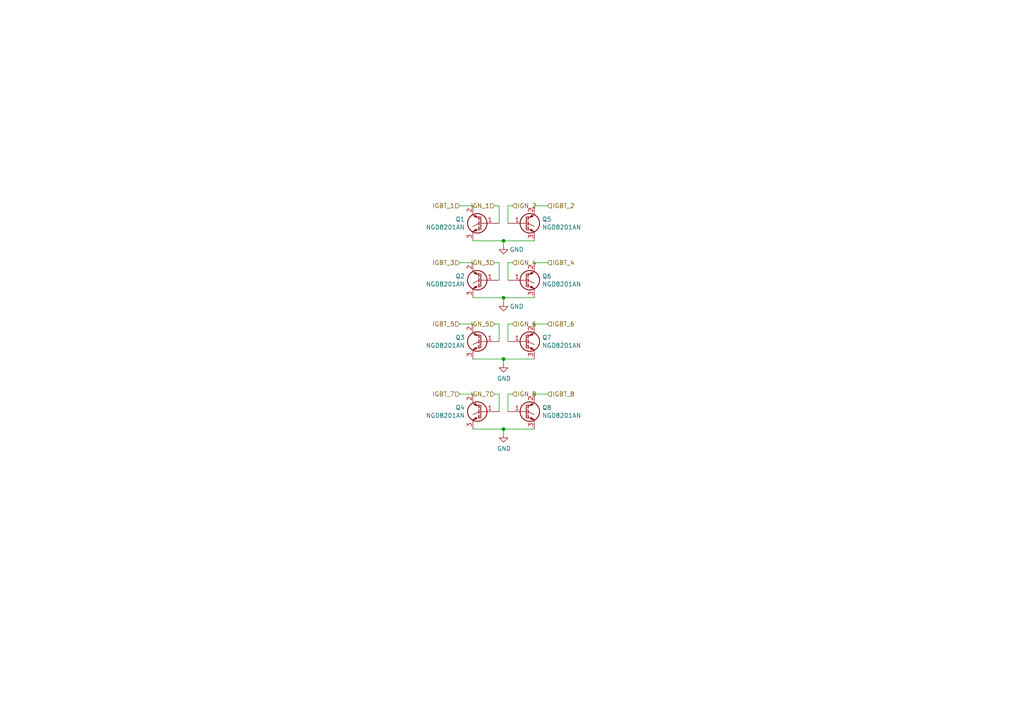
<source format=kicad_sch>
(kicad_sch (version 20211123) (generator eeschema)
  (paper "A4")
  (lib_symbols
    (symbol "Device:Q_NIGBT_GCE" (pin_names (offset 0) hide)
      (property "Reference" "Q" (at 5.08 1.27 0))
      (property "Value" "Q_NIGBT_GCE" (at 5.08 -1.27 0))
      (symbol "Q_NIGBT_GCE_0_1"
        (polyline (pts (xy 0.762 -1.016) (xy 0.762 -2.032)) (stroke (width 0.254)))
        (polyline (pts (xy 0.762 0.508) (xy 0.762 -0.508)) (stroke (width 0.254)))
        (polyline (pts (xy 0.762 2.032) (xy 0.762 1.016)) (stroke (width 0.254)))
        (polyline (pts (xy 2.54 -2.413) (xy 0.762 -1.524)))
        (polyline (pts (xy 2.54 -0.889) (xy 0.762 0)))
        (polyline (pts (xy 2.54 2.413) (xy 0.762 1.524)))
        (polyline (pts (xy 0.254 1.905) (xy 0.254 -1.905) (xy 0.254 -1.905)) (stroke (width 0.254)))
        (polyline (pts (xy 1.397 -2.159) (xy 1.651 -1.651) (xy 2.54 -2.413) (xy 1.397 -2.159)) (fill (type outline)))
        (polyline (pts (xy 2.159 1.905) (xy 1.905 2.413) (xy 1.016 1.651) (xy 2.159 1.905)) (fill (type outline)))
        (circle (center 1.27 0) (radius 2.8194) (stroke (width 0.254)))
      )
      (symbol "Q_NIGBT_GCE_1_1"
        (pin input line (at -5.08 0 0) (length 5.334) (name "G") (number "1"))
        (pin passive line (at 2.54 5.08 270) (length 2.54) (name "C") (number "2"))
        (pin passive line (at 2.54 -5.08 90) (length 2.54) (name "E") (number "3"))
      )
    )
    (symbol "power:GND" (power) (pin_names (offset 0))
      (property "Value" "GND" (at 0 -3.81 0))
      (symbol "GND_0_1"
        (polyline (pts (xy 0 0) (xy 0 -1.27) (xy 1.27 -1.27) (xy 0 -2.54) (xy -1.27 -1.27) (xy 0 -1.27)))
      )
      (symbol "GND_1_1"
        (pin power_in line (at 0 0 270) (length 0) hide (name "GND") (number "1"))
      )
    )
  )
  (junction (at 146.05 104.14))
  (junction (at 146.05 69.85))
  (junction (at 146.05 124.46))
  (junction (at 146.05 86.36))
  (wire (pts (xy 144.78 81.28) (xy 144.78 76.2)))
  (wire (pts (xy 144.78 99.06) (xy 144.78 93.98)))
  (wire (pts (xy 147.32 93.98) (xy 147.32 99.06)))
  (wire (pts (xy 148.59 114.3) (xy 147.32 114.3)))
  (wire (pts (xy 146.05 125.73) (xy 146.05 124.46)))
  (wire (pts (xy 144.78 76.2) (xy 143.51 76.2)))
  (wire (pts (xy 146.05 86.36) (xy 146.05 87.63)))
  (wire (pts (xy 147.32 76.2) (xy 147.32 81.28)))
  (wire (pts (xy 154.94 93.98) (xy 158.75 93.98)))
  (wire (pts (xy 143.51 59.69) (xy 144.78 59.69)))
  (wire (pts (xy 146.05 104.14) (xy 154.94 104.14)))
  (wire (pts (xy 137.16 124.46) (xy 146.05 124.46)))
  (wire (pts (xy 137.16 86.36) (xy 146.05 86.36)))
  (wire (pts (xy 137.16 69.85) (xy 146.05 69.85)))
  (wire (pts (xy 144.78 119.38) (xy 144.78 114.3)))
  (wire (pts (xy 144.78 93.98) (xy 143.51 93.98)))
  (wire (pts (xy 146.05 69.85) (xy 154.94 69.85)))
  (wire (pts (xy 154.94 76.2) (xy 158.75 76.2)))
  (wire (pts (xy 133.35 93.98) (xy 137.16 93.98)))
  (wire (pts (xy 144.78 59.69) (xy 144.78 64.77)))
  (wire (pts (xy 147.32 64.77) (xy 147.32 59.69)))
  (wire (pts (xy 154.94 59.69) (xy 158.75 59.69)))
  (wire (pts (xy 144.78 114.3) (xy 143.51 114.3)))
  (wire (pts (xy 133.35 59.69) (xy 137.16 59.69)))
  (wire (pts (xy 148.59 93.98) (xy 147.32 93.98)))
  (wire (pts (xy 146.05 105.41) (xy 146.05 104.14)))
  (wire (pts (xy 133.35 114.3) (xy 137.16 114.3)))
  (wire (pts (xy 146.05 86.36) (xy 154.94 86.36)))
  (wire (pts (xy 147.32 59.69) (xy 148.59 59.69)))
  (wire (pts (xy 133.35 76.2) (xy 137.16 76.2)))
  (wire (pts (xy 147.32 114.3) (xy 147.32 119.38)))
  (wire (pts (xy 137.16 104.14) (xy 146.05 104.14)))
  (wire (pts (xy 146.05 69.85) (xy 146.05 71.12)))
  (wire (pts (xy 154.94 114.3) (xy 158.75 114.3)))
  (wire (pts (xy 147.32 76.2) (xy 148.59 76.2)))
  (wire (pts (xy 146.05 124.46) (xy 154.94 124.46)))
  (hierarchical_label "IGBT_1" (shape input) (at 133.35 59.69 180))
  (hierarchical_label "IGBT_8" (shape input) (at 158.75 114.3 0))
  (hierarchical_label "IGN_3" (shape input) (at 143.51 76.2 180))
  (hierarchical_label "IGBT_4" (shape input) (at 158.75 76.2 0))
  (hierarchical_label "IGBT_7" (shape input) (at 133.35 114.3 180))
  (hierarchical_label "IGBT_5" (shape input) (at 133.35 93.98 180))
  (hierarchical_label "IGN_2" (shape input) (at 148.59 59.69 0))
  (hierarchical_label "IGN_8" (shape input) (at 148.59 114.3 0))
  (hierarchical_label "IGN_5" (shape input) (at 143.51 93.98 180))
  (hierarchical_label "IGN_1" (shape input) (at 143.51 59.69 180))
  (hierarchical_label "IGN_4" (shape input) (at 148.59 76.2 0))
  (hierarchical_label "IGN_7" (shape input) (at 143.51 114.3 180))
  (hierarchical_label "IGBT_3" (shape input) (at 133.35 76.2 180))
  (hierarchical_label "IGBT_6" (shape input) (at 158.75 93.98 0))
  (hierarchical_label "IGN_6" (shape input) (at 148.59 93.98 0))
  (hierarchical_label "IGBT_2" (shape input) (at 158.75 59.69 0))
  (symbol (lib_id "power:GND") (at 146.05 105.41 0) (unit 1)
    (property "Reference" "#PWR039" (effects hide))
    (property "Value" "GND" (at 146.177 109.8042 0))
  )
  (symbol (lib_id "Device:Q_NIGBT_GCE") (at 139.7 119.38 0) (mirror y) (unit 1)
    (property "Reference" "Q4" (at 134.8486 118.2116 0) (effects (justify left)))
    (property "Value" "NGD8201AN" (at 134.8486 120.523 0) (effects (justify left)))
    (property "Footprint" "Package_TO_SOT_SMD:TO-252-2" (effects hide))
  )
  (symbol (lib_id "power:GND") (at 146.05 71.12 0) (unit 1)
    (property "Reference" "#PWR037" (effects hide))
    (property "Value" "GND" (at 149.86 72.39 0))
  )
  (symbol (lib_id "Device:Q_NIGBT_GCE") (at 152.4 81.28 0) (unit 1)
    (property "Reference" "Q6" (at 157.226 80.1116 0) (effects (justify left)))
    (property "Value" "NGD8201AN" (at 157.226 82.423 0) (effects (justify left)))
    (property "Footprint" "Package_TO_SOT_SMD:TO-252-2" (effects hide))
  )
  (symbol (lib_id "Device:Q_NIGBT_GCE") (at 139.7 64.77 0) (mirror y) (unit 1)
    (property "Reference" "Q1" (at 134.8486 63.6016 0) (effects (justify left)))
    (property "Value" "NGD8201AN" (at 134.8486 65.913 0) (effects (justify left)))
    (property "Footprint" "Package_TO_SOT_SMD:TO-252-2" (effects hide))
  )
  (symbol (lib_id "Device:Q_NIGBT_GCE") (at 139.7 99.06 0) (mirror y) (unit 1)
    (property "Reference" "Q3" (at 134.8486 97.8916 0) (effects (justify left)))
    (property "Value" "NGD8201AN" (at 134.8486 100.203 0) (effects (justify left)))
    (property "Footprint" "Package_TO_SOT_SMD:TO-252-2" (effects hide))
  )
  (symbol (lib_id "Device:Q_NIGBT_GCE") (at 139.7 81.28 0) (mirror y) (unit 1)
    (property "Reference" "Q2" (at 134.8486 80.1116 0) (effects (justify left)))
    (property "Value" "NGD8201AN" (at 134.8486 82.423 0) (effects (justify left)))
    (property "Footprint" "Package_TO_SOT_SMD:TO-252-2" (effects hide))
  )
  (symbol (lib_id "Device:Q_NIGBT_GCE") (at 152.4 99.06 0) (unit 1)
    (property "Reference" "Q7" (at 157.226 97.8916 0) (effects (justify left)))
    (property "Value" "NGD8201AN" (at 157.226 100.203 0) (effects (justify left)))
    (property "Footprint" "Package_TO_SOT_SMD:TO-252-2" (effects hide))
  )
  (symbol (lib_id "power:GND") (at 146.05 125.73 0) (unit 1)
    (property "Reference" "#PWR040" (effects hide))
    (property "Value" "GND" (at 146.177 130.1242 0))
  )
  (symbol (lib_id "Device:Q_NIGBT_GCE") (at 152.4 64.77 0) (unit 1)
    (property "Reference" "Q5" (at 157.226 63.6016 0) (effects (justify left)))
    (property "Value" "NGD8201AN" (at 157.226 65.913 0) (effects (justify left)))
    (property "Footprint" "Package_TO_SOT_SMD:TO-252-2" (effects hide))
    (property "LCSC" "C151649" (effects hide))
  )
  (symbol (lib_id "power:GND") (at 146.05 87.63 0) (unit 1)
    (property "Reference" "#PWR038" (effects hide))
    (property "Value" "GND" (at 149.86 88.9 0))
  )
  (symbol (lib_id "Device:Q_NIGBT_GCE") (at 152.4 119.38 0) (unit 1)
    (property "Reference" "Q8" (at 157.226 118.2116 0) (effects (justify left)))
    (property "Value" "NGD8201AN" (at 157.226 120.523 0) (effects (justify left)))
    (property "Footprint" "Package_TO_SOT_SMD:TO-252-2" (effects hide))
  )
)
</source>
